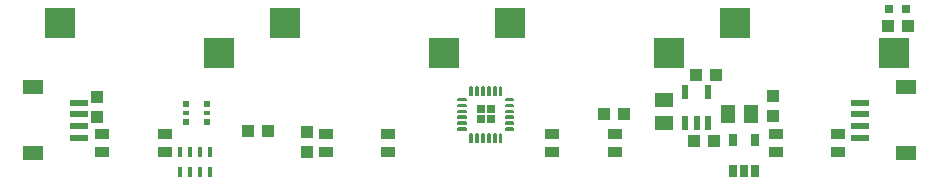
<source format=gbr>
G04 EAGLE Gerber RS-274X export*
G75*
%MOMM*%
%FSLAX34Y34*%
%LPD*%
%INSolderpaste Top*%
%IPPOS*%
%AMOC8*
5,1,8,0,0,1.08239X$1,22.5*%
G01*
%ADD10R,2.550000X2.500000*%
%ADD11R,1.200000X0.900000*%
%ADD12R,1.000000X1.075000*%
%ADD13R,1.240000X1.500000*%
%ADD14R,0.550000X1.200000*%
%ADD15R,1.500000X1.240000*%
%ADD16R,1.075000X1.000000*%
%ADD17R,0.450000X0.900000*%
%ADD18R,0.500000X0.500000*%
%ADD19R,0.500000X0.400000*%
%ADD20R,1.550000X0.600000*%
%ADD21R,1.800000X1.200000*%
%ADD22R,0.800000X0.800000*%
%ADD23C,0.140000*%
%ADD24R,0.650000X0.650000*%
%ADD25R,0.690000X0.990000*%


D10*
X34350Y158750D03*
X168850Y132950D03*
D11*
X640250Y49650D03*
X640250Y64650D03*
X693250Y49650D03*
X693250Y64650D03*
D12*
X638175Y79765D03*
X638175Y96765D03*
D13*
X600100Y81280D03*
X619100Y81280D03*
D14*
X563905Y73994D03*
X573405Y73994D03*
X582905Y73994D03*
X582905Y99996D03*
X563905Y99996D03*
D15*
X545465Y93320D03*
X545465Y74320D03*
D16*
X572525Y114300D03*
X589525Y114300D03*
D17*
X135590Y49140D03*
X135590Y32140D03*
X144590Y49140D03*
X152590Y49140D03*
X161590Y49140D03*
X161590Y32140D03*
X144590Y32140D03*
X152590Y32140D03*
D18*
X158860Y75050D03*
D19*
X158860Y82550D03*
D18*
X158860Y90050D03*
X140860Y90050D03*
D19*
X140860Y82550D03*
D18*
X140860Y75050D03*
D20*
X50540Y81200D03*
X50540Y71200D03*
X50540Y91200D03*
X50540Y61200D03*
D21*
X11540Y104200D03*
X11540Y48200D03*
D20*
X711460Y71200D03*
X711460Y81200D03*
X711460Y61200D03*
X711460Y91200D03*
D21*
X750460Y48200D03*
X750460Y104200D03*
D22*
X736085Y170815D03*
X751085Y170815D03*
D16*
X735085Y156210D03*
X752085Y156210D03*
D10*
X224850Y158750D03*
X359350Y132950D03*
X415350Y158750D03*
X549850Y132950D03*
X605850Y158750D03*
X740350Y132950D03*
D16*
X495055Y81915D03*
X512055Y81915D03*
D12*
X243205Y66285D03*
X243205Y49285D03*
X66040Y79130D03*
X66040Y96130D03*
D11*
X451020Y49650D03*
X451020Y64650D03*
X504020Y49650D03*
X504020Y64650D03*
X259250Y49650D03*
X259250Y64650D03*
X312250Y49650D03*
X312250Y64650D03*
X70020Y49650D03*
X70020Y64650D03*
X123020Y49650D03*
X123020Y64650D03*
D23*
X411670Y68080D02*
X418270Y68080D01*
X411670Y68080D02*
X411670Y69480D01*
X418270Y69480D01*
X418270Y68080D01*
X418270Y69410D02*
X411670Y69410D01*
X411670Y73080D02*
X418270Y73080D01*
X411670Y73080D02*
X411670Y74480D01*
X418270Y74480D01*
X418270Y73080D01*
X418270Y74410D02*
X411670Y74410D01*
X411670Y78080D02*
X418270Y78080D01*
X411670Y78080D02*
X411670Y79480D01*
X418270Y79480D01*
X418270Y78080D01*
X418270Y79410D02*
X411670Y79410D01*
X411670Y83080D02*
X418270Y83080D01*
X411670Y83080D02*
X411670Y84480D01*
X418270Y84480D01*
X418270Y83080D01*
X418270Y84410D02*
X411670Y84410D01*
X411670Y88080D02*
X418270Y88080D01*
X411670Y88080D02*
X411670Y89480D01*
X418270Y89480D01*
X418270Y88080D01*
X418270Y89410D02*
X411670Y89410D01*
X411670Y93080D02*
X418270Y93080D01*
X411670Y93080D02*
X411670Y94480D01*
X418270Y94480D01*
X418270Y93080D01*
X418270Y94410D02*
X411670Y94410D01*
X406770Y97980D02*
X406770Y104580D01*
X408170Y104580D01*
X408170Y97980D01*
X406770Y97980D01*
X406770Y99310D02*
X408170Y99310D01*
X408170Y100640D02*
X406770Y100640D01*
X406770Y101970D02*
X408170Y101970D01*
X408170Y103300D02*
X406770Y103300D01*
X401770Y104580D02*
X401770Y97980D01*
X401770Y104580D02*
X403170Y104580D01*
X403170Y97980D01*
X401770Y97980D01*
X401770Y99310D02*
X403170Y99310D01*
X403170Y100640D02*
X401770Y100640D01*
X401770Y101970D02*
X403170Y101970D01*
X403170Y103300D02*
X401770Y103300D01*
X396770Y104580D02*
X396770Y97980D01*
X396770Y104580D02*
X398170Y104580D01*
X398170Y97980D01*
X396770Y97980D01*
X396770Y99310D02*
X398170Y99310D01*
X398170Y100640D02*
X396770Y100640D01*
X396770Y101970D02*
X398170Y101970D01*
X398170Y103300D02*
X396770Y103300D01*
X391770Y104580D02*
X391770Y97980D01*
X391770Y104580D02*
X393170Y104580D01*
X393170Y97980D01*
X391770Y97980D01*
X391770Y99310D02*
X393170Y99310D01*
X393170Y100640D02*
X391770Y100640D01*
X391770Y101970D02*
X393170Y101970D01*
X393170Y103300D02*
X391770Y103300D01*
X386770Y104580D02*
X386770Y97980D01*
X386770Y104580D02*
X388170Y104580D01*
X388170Y97980D01*
X386770Y97980D01*
X386770Y99310D02*
X388170Y99310D01*
X388170Y100640D02*
X386770Y100640D01*
X386770Y101970D02*
X388170Y101970D01*
X388170Y103300D02*
X386770Y103300D01*
X381770Y104580D02*
X381770Y97980D01*
X381770Y104580D02*
X383170Y104580D01*
X383170Y97980D01*
X381770Y97980D01*
X381770Y99310D02*
X383170Y99310D01*
X383170Y100640D02*
X381770Y100640D01*
X381770Y101970D02*
X383170Y101970D01*
X383170Y103300D02*
X381770Y103300D01*
X378270Y94480D02*
X371670Y94480D01*
X378270Y94480D02*
X378270Y93080D01*
X371670Y93080D01*
X371670Y94480D01*
X371670Y94410D02*
X378270Y94410D01*
X378270Y89480D02*
X371670Y89480D01*
X378270Y89480D02*
X378270Y88080D01*
X371670Y88080D01*
X371670Y89480D01*
X371670Y89410D02*
X378270Y89410D01*
X378270Y84480D02*
X371670Y84480D01*
X378270Y84480D02*
X378270Y83080D01*
X371670Y83080D01*
X371670Y84480D01*
X371670Y84410D02*
X378270Y84410D01*
X378270Y79480D02*
X371670Y79480D01*
X378270Y79480D02*
X378270Y78080D01*
X371670Y78080D01*
X371670Y79480D01*
X371670Y79410D02*
X378270Y79410D01*
X378270Y74480D02*
X371670Y74480D01*
X378270Y74480D02*
X378270Y73080D01*
X371670Y73080D01*
X371670Y74480D01*
X371670Y74410D02*
X378270Y74410D01*
X378270Y69480D02*
X371670Y69480D01*
X378270Y69480D02*
X378270Y68080D01*
X371670Y68080D01*
X371670Y69480D01*
X371670Y69410D02*
X378270Y69410D01*
X383170Y64580D02*
X383170Y57980D01*
X381770Y57980D01*
X381770Y64580D01*
X383170Y64580D01*
X383170Y59310D02*
X381770Y59310D01*
X381770Y60640D02*
X383170Y60640D01*
X383170Y61970D02*
X381770Y61970D01*
X381770Y63300D02*
X383170Y63300D01*
X388170Y64580D02*
X388170Y57980D01*
X386770Y57980D01*
X386770Y64580D01*
X388170Y64580D01*
X388170Y59310D02*
X386770Y59310D01*
X386770Y60640D02*
X388170Y60640D01*
X388170Y61970D02*
X386770Y61970D01*
X386770Y63300D02*
X388170Y63300D01*
X393170Y64580D02*
X393170Y57980D01*
X391770Y57980D01*
X391770Y64580D01*
X393170Y64580D01*
X393170Y59310D02*
X391770Y59310D01*
X391770Y60640D02*
X393170Y60640D01*
X393170Y61970D02*
X391770Y61970D01*
X391770Y63300D02*
X393170Y63300D01*
X398170Y64580D02*
X398170Y57980D01*
X396770Y57980D01*
X396770Y64580D01*
X398170Y64580D01*
X398170Y59310D02*
X396770Y59310D01*
X396770Y60640D02*
X398170Y60640D01*
X398170Y61970D02*
X396770Y61970D01*
X396770Y63300D02*
X398170Y63300D01*
X403170Y64580D02*
X403170Y57980D01*
X401770Y57980D01*
X401770Y64580D01*
X403170Y64580D01*
X403170Y59310D02*
X401770Y59310D01*
X401770Y60640D02*
X403170Y60640D01*
X403170Y61970D02*
X401770Y61970D01*
X401770Y63300D02*
X403170Y63300D01*
X408170Y64580D02*
X408170Y57980D01*
X406770Y57980D01*
X406770Y64580D01*
X408170Y64580D01*
X408170Y59310D02*
X406770Y59310D01*
X406770Y60640D02*
X408170Y60640D01*
X408170Y61970D02*
X406770Y61970D01*
X406770Y63300D02*
X408170Y63300D01*
D24*
X390720Y77030D03*
X390720Y85530D03*
X399220Y77030D03*
X399220Y85530D03*
D16*
X210430Y67310D03*
X193430Y67310D03*
D25*
X603910Y33455D03*
X613410Y33455D03*
X622910Y33455D03*
X622910Y59355D03*
X603910Y59355D03*
D16*
X571255Y58420D03*
X588255Y58420D03*
M02*

</source>
